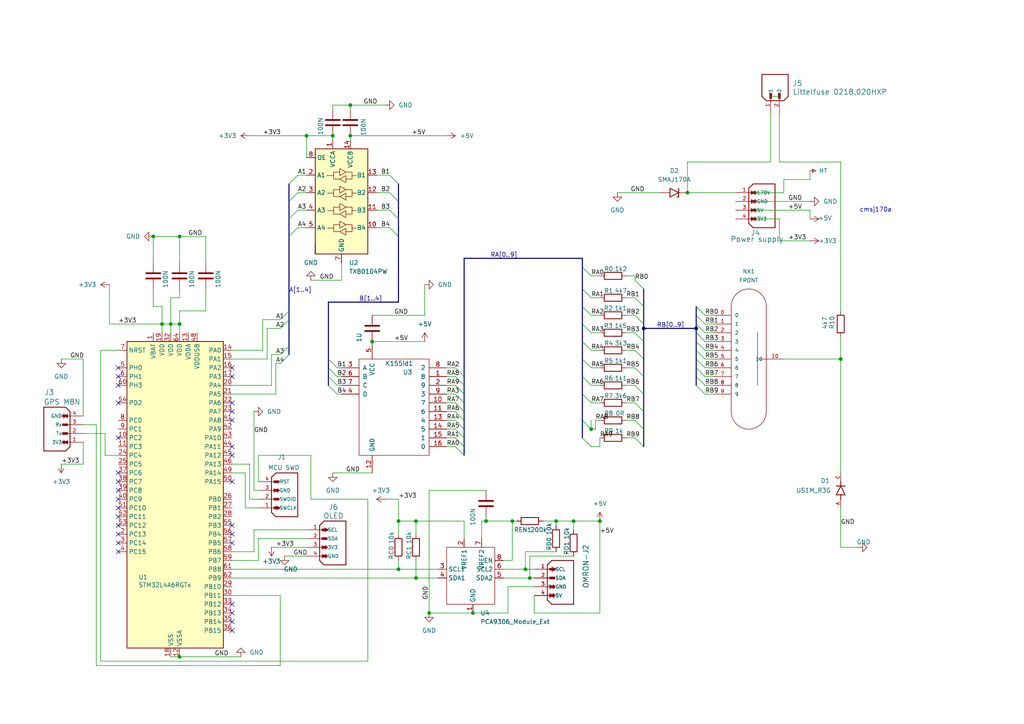
<source format=kicad_sch>
(kicad_sch (version 20250114) (generator "eeschema") (generator_version "9.0")
  (paper "A4")
  (text "cmsj170a" (at 254 60.96 0) (effects (font (size 1.27 1.27))))
  (junction (at 52.07 93.98))
  (junction (at 166.37 151.13))
  (junction (at 49.53 93.98))
  (junction (at 88.9 39.37))
  (junction (at 148.59 151.13))
  (junction (at 115.57 151.13))
  (junction (at 46.99 93.98))
  (junction (at 153.67 167.64))
  (junction (at 101.6 30.48))
  (junction (at 161.29 151.13))
  (junction (at 115.57 165.1))
  (junction (at 124.46 177.8))
  (junction (at 152.4 165.1))
  (junction (at 96.52 39.37))
  (junction (at 107.95 99.06))
  (junction (at 201.93 95.25))
  (junction (at 44.45 68.58))
  (junction (at 52.07 190.5))
  (junction (at 101.6 39.37))
  (junction (at 120.65 151.13))
  (junction (at 173.99 151.13))
  (junction (at 171.45 124.46))
  (junction (at 186.69 95.25))
  (junction (at 52.07 68.58))
  (junction (at 140.97 151.13))
  (junction (at 137.16 177.8))
  (junction (at 243.84 104.14))
  (junction (at 199.39 55.88))
  (junction (at 120.65 167.64))
  (no_connect (at 34.29 160.02))
  (no_connect (at 67.31 132.08))
  (no_connect (at 34.29 144.78))
  (no_connect (at 67.31 139.7))
  (no_connect (at 67.31 152.4))
  (no_connect (at 67.31 154.94))
  (no_connect (at 34.29 154.94))
  (no_connect (at 34.29 127))
  (no_connect (at 67.31 129.54))
  (no_connect (at 67.31 175.26))
  (no_connect (at 34.29 116.84))
  (no_connect (at 67.31 177.8))
  (no_connect (at 67.31 180.34))
  (no_connect (at 34.29 139.7))
  (no_connect (at 34.29 109.22))
  (no_connect (at 67.31 121.92))
  (no_connect (at 34.29 137.16))
  (no_connect (at 67.31 106.68))
  (no_connect (at 34.29 152.4))
  (no_connect (at 67.31 109.22))
  (no_connect (at 34.29 149.86))
  (no_connect (at 67.31 116.84))
  (no_connect (at 67.31 119.38))
  (no_connect (at 34.29 147.32))
  (no_connect (at 34.29 111.76))
  (no_connect (at 67.31 157.48))
  (no_connect (at 34.29 157.48))
  (no_connect (at 67.31 182.88))
  (no_connect (at 34.29 106.68))
  (no_connect (at 34.29 142.24))
  (bus_entry (at 168.91 93.98) (size 2.54 2.54))
  (bus_entry (at 184.15 121.92) (size 2.54 2.54))
  (bus_entry (at 184.15 96.52) (size 2.54 2.54))
  (bus_entry (at 132.08 114.3) (size 2.54 2.54))
  (bus_entry (at 86.36 50.8) (size -2.54 2.54))
  (bus_entry (at 184.15 101.6) (size 2.54 2.54))
  (bus_entry (at 132.08 111.76) (size 2.54 2.54))
  (bus_entry (at 95.25 104.14) (size 2.54 2.54))
  (bus_entry (at 95.25 111.76) (size 2.54 2.54))
  (bus_entry (at 201.93 104.14) (size 2.54 2.54))
  (bus_entry (at 201.93 88.9) (size 2.54 2.54))
  (bus_entry (at 201.93 99.06) (size 2.54 2.54))
  (bus_entry (at 86.36 66.04) (size -2.54 2.54))
  (bus_entry (at 95.25 106.68) (size 2.54 2.54))
  (bus_entry (at 201.93 109.22) (size 2.54 2.54))
  (bus_entry (at 132.08 127) (size 2.54 2.54))
  (bus_entry (at 201.93 96.52) (size 2.54 2.54))
  (bus_entry (at 83.82 90.17) (size -2.54 2.54))
  (bus_entry (at 168.91 77.47) (size 2.54 2.54))
  (bus_entry (at 83.82 102.87) (size -2.54 2.54))
  (bus_entry (at 168.91 114.3) (size 2.54 2.54))
  (bus_entry (at 201.93 101.6) (size 2.54 2.54))
  (bus_entry (at 168.91 127) (size 2.54 2.54))
  (bus_entry (at 83.82 92.71) (size -2.54 2.54))
  (bus_entry (at 168.91 83.82) (size 2.54 2.54))
  (bus_entry (at 184.15 127) (size 2.54 2.54))
  (bus_entry (at 168.91 109.22) (size 2.54 2.54))
  (bus_entry (at 113.03 66.04) (size 2.54 2.54))
  (bus_entry (at 132.08 106.68) (size 2.54 2.54))
  (bus_entry (at 184.15 116.84) (size 2.54 2.54))
  (bus_entry (at 132.08 124.46) (size 2.54 2.54))
  (bus_entry (at 132.08 119.38) (size 2.54 2.54))
  (bus_entry (at 83.82 100.33) (size -2.54 2.54))
  (bus_entry (at 184.15 81.28) (size 2.54 2.54))
  (bus_entry (at 86.36 60.96) (size -2.54 2.54))
  (bus_entry (at 132.08 129.54) (size 2.54 2.54))
  (bus_entry (at 168.91 104.14) (size 2.54 2.54))
  (bus_entry (at 184.15 106.68) (size 2.54 2.54))
  (bus_entry (at 113.03 60.96) (size 2.54 2.54))
  (bus_entry (at 168.91 88.9) (size 2.54 2.54))
  (bus_entry (at 132.08 116.84) (size 2.54 2.54))
  (bus_entry (at 168.91 99.06) (size 2.54 2.54))
  (bus_entry (at 184.15 91.44) (size 2.54 2.54))
  (bus_entry (at 201.93 106.68) (size 2.54 2.54))
  (bus_entry (at 113.03 55.88) (size 2.54 2.54))
  (bus_entry (at 184.15 86.36) (size 2.54 2.54))
  (bus_entry (at 113.03 50.8) (size 2.54 2.54))
  (bus_entry (at 184.15 111.76) (size 2.54 2.54))
  (bus_entry (at 132.08 121.92) (size 2.54 2.54))
  (bus_entry (at 86.36 55.88) (size -2.54 2.54))
  (bus_entry (at 201.93 111.76) (size 2.54 2.54))
  (bus_entry (at 201.93 91.44) (size 2.54 2.54))
  (bus_entry (at 95.25 109.22) (size 2.54 2.54))
  (bus_entry (at 201.93 93.98) (size 2.54 2.54))
  (bus_entry (at 132.08 109.22) (size 2.54 2.54))
  (bus_entry (at 168.91 121.92) (size 2.54 2.54))
  (wire (pts (xy 243.84 104.14) (xy 243.84 137.16)))
  (wire (pts (xy 129.54 119.38) (xy 132.08 119.38)))
  (wire (pts (xy 90.17 144.78) (xy 90.17 132.08)))
  (wire (pts (xy 129.54 106.68) (xy 132.08 106.68)))
  (wire (pts (xy 129.54 114.3) (xy 132.08 114.3)))
  (wire (pts (xy 140.97 151.13) (xy 148.59 151.13)))
  (wire (pts (xy 73.66 160.02) (xy 73.66 153.67)))
  (wire (pts (xy 49.53 96.52) (xy 49.53 93.98)))
  (bus (pts (xy 95.25 104.14) (xy 95.25 106.68)))
  (wire (pts (xy 72.39 144.78) (xy 72.39 134.62)))
  (bus (pts (xy 201.93 104.14) (xy 201.93 106.68)))
  (wire (pts (xy 107.95 99.06) (xy 123.19 99.06)))
  (wire (pts (xy 140.97 149.86) (xy 140.97 151.13)))
  (wire (pts (xy 107.95 91.44) (xy 123.19 91.44)))
  (wire (pts (xy 74.93 142.24) (xy 73.66 142.24)))
  (wire (pts (xy 52.07 68.58) (xy 59.69 68.58)))
  (wire (pts (xy 181.61 96.52) (xy 184.15 96.52)))
  (wire (pts (xy 71.12 147.32) (xy 71.12 137.16)))
  (wire (pts (xy 49.53 86.36) (xy 52.07 86.36)))
  (wire (pts (xy 52.07 96.52) (xy 52.07 93.98)))
  (wire (pts (xy 71.12 137.16) (xy 67.31 137.16)))
  (bus (pts (xy 115.57 68.58) (xy 115.57 87.63)))
  (wire (pts (xy 148.59 151.13) (xy 148.59 162.56)))
  (wire (pts (xy 52.07 90.17) (xy 59.69 90.17)))
  (wire (pts (xy 181.61 116.84) (xy 184.15 116.84)))
  (wire (pts (xy 101.6 39.37) (xy 129.54 39.37)))
  (wire (pts (xy 171.45 91.44) (xy 173.99 91.44)))
  (wire (pts (xy 171.45 111.76) (xy 173.99 111.76)))
  (wire (pts (xy 27.94 193.04) (xy 81.28 193.04)))
  (wire (pts (xy 72.39 39.37) (xy 88.9 39.37)))
  (wire (pts (xy 44.45 88.9) (xy 44.45 83.82)))
  (wire (pts (xy 67.31 165.1) (xy 115.57 165.1)))
  (wire (pts (xy 124.46 142.24) (xy 124.46 177.8)))
  (wire (pts (xy 24.13 104.14) (xy 17.78 104.14)))
  (wire (pts (xy 204.47 96.52) (xy 207.01 96.52)))
  (wire (pts (xy 226.06 69.85) (xy 226.06 63.5)))
  (wire (pts (xy 67.31 101.6) (xy 76.2 101.6)))
  (wire (pts (xy 24.13 128.27) (xy 24.13 134.62)))
  (wire (pts (xy 88.9 45.72) (xy 88.9 39.37)))
  (wire (pts (xy 226.06 46.99) (xy 243.84 46.99)))
  (wire (pts (xy 34.29 132.08) (xy 30.48 132.08)))
  (wire (pts (xy 74.93 156.21) (xy 88.9 156.21)))
  (wire (pts (xy 52.07 93.98) (xy 52.07 90.17)))
  (wire (pts (xy 73.66 153.67) (xy 88.9 153.67)))
  (wire (pts (xy 101.6 30.48) (xy 111.76 30.48)))
  (bus (pts (xy 168.91 121.92) (xy 168.91 127)))
  (wire (pts (xy 181.61 91.44) (xy 184.15 91.44)))
  (wire (pts (xy 96.52 30.48) (xy 101.6 30.48)))
  (wire (pts (xy 115.57 151.13) (xy 120.65 151.13)))
  (wire (pts (xy 44.45 68.58) (xy 52.07 68.58)))
  (wire (pts (xy 120.65 167.64) (xy 127 167.64)))
  (bus (pts (xy 134.62 127) (xy 134.62 129.54)))
  (bus (pts (xy 186.69 109.22) (xy 186.69 104.14)))
  (wire (pts (xy 109.22 50.8) (xy 113.03 50.8)))
  (wire (pts (xy 157.48 151.13) (xy 161.29 151.13)))
  (wire (pts (xy 72.39 134.62) (xy 67.31 134.62)))
  (wire (pts (xy 204.47 99.06) (xy 207.01 99.06)))
  (bus (pts (xy 201.93 91.44) (xy 201.93 93.98)))
  (wire (pts (xy 96.52 137.16) (xy 107.95 137.16)))
  (wire (pts (xy 171.45 96.52) (xy 173.99 96.52)))
  (wire (pts (xy 184.15 80.01) (xy 184.15 81.28)))
  (wire (pts (xy 106.68 191.77) (xy 106.68 144.78)))
  (wire (pts (xy 109.22 55.88) (xy 113.03 55.88)))
  (wire (pts (xy 153.67 161.29) (xy 153.67 167.64)))
  (bus (pts (xy 95.25 109.22) (xy 95.25 111.76)))
  (wire (pts (xy 172.72 124.46) (xy 172.72 121.92)))
  (wire (pts (xy 29.21 191.77) (xy 29.21 101.6)))
  (wire (pts (xy 223.52 27.94) (xy 226.06 27.94)))
  (wire (pts (xy 204.47 111.76) (xy 207.01 111.76)))
  (wire (pts (xy 124.46 177.8) (xy 137.16 177.8)))
  (wire (pts (xy 171.45 116.84) (xy 173.99 116.84)))
  (wire (pts (xy 172.72 121.92) (xy 173.99 121.92)))
  (wire (pts (xy 90.17 81.28) (xy 99.06 81.28)))
  (wire (pts (xy 173.99 129.54) (xy 173.99 127)))
  (wire (pts (xy 181.61 111.76) (xy 184.15 111.76)))
  (wire (pts (xy 204.47 91.44) (xy 207.01 91.44)))
  (bus (pts (xy 168.91 93.98) (xy 168.91 99.06)))
  (wire (pts (xy 137.16 177.8) (xy 147.32 177.8)))
  (wire (pts (xy 152.4 160.02) (xy 161.29 160.02)))
  (bus (pts (xy 134.62 114.3) (xy 134.62 116.84)))
  (bus (pts (xy 134.62 74.93) (xy 168.91 74.93)))
  (bus (pts (xy 186.69 124.46) (xy 186.69 129.54)))
  (bus (pts (xy 134.62 129.54) (xy 134.62 132.08)))
  (wire (pts (xy 153.67 167.64) (xy 154.94 167.64)))
  (wire (pts (xy 161.29 152.4) (xy 161.29 151.13)))
  (wire (pts (xy 96.52 39.37) (xy 96.52 40.64)))
  (wire (pts (xy 129.54 129.54) (xy 132.08 129.54)))
  (wire (pts (xy 29.21 101.6) (xy 34.29 101.6)))
  (bus (pts (xy 168.91 77.47) (xy 168.91 83.82)))
  (wire (pts (xy 171.45 80.01) (xy 173.99 80.01)))
  (wire (pts (xy 106.68 144.78) (xy 90.17 144.78)))
  (wire (pts (xy 49.53 190.5) (xy 52.07 190.5)))
  (wire (pts (xy 44.45 68.58) (xy 44.45 76.2)))
  (bus (pts (xy 83.82 63.5) (xy 83.82 68.58)))
  (bus (pts (xy 201.93 101.6) (xy 201.93 104.14)))
  (bus (pts (xy 168.91 114.3) (xy 168.91 121.92)))
  (wire (pts (xy 226.06 46.99) (xy 226.06 33.02)))
  (wire (pts (xy 129.54 111.76) (xy 132.08 111.76)))
  (wire (pts (xy 152.4 165.1) (xy 154.94 165.1)))
  (wire (pts (xy 86.36 55.88) (xy 88.9 55.88)))
  (wire (pts (xy 81.28 193.04) (xy 81.28 172.72)))
  (wire (pts (xy 17.78 134.62) (xy 24.13 134.62)))
  (wire (pts (xy 120.65 167.64) (xy 120.65 162.56)))
  (wire (pts (xy 111.76 144.78) (xy 115.57 144.78)))
  (wire (pts (xy 181.61 80.01) (xy 184.15 80.01)))
  (wire (pts (xy 120.65 151.13) (xy 134.62 151.13)))
  (wire (pts (xy 78.74 158.75) (xy 88.9 158.75)))
  (wire (pts (xy 49.53 93.98) (xy 52.07 93.98)))
  (wire (pts (xy 181.61 121.92) (xy 184.15 121.92)))
  (wire (pts (xy 80.01 114.3) (xy 80.01 105.41)))
  (wire (pts (xy 67.31 160.02) (xy 73.66 160.02)))
  (bus (pts (xy 168.91 83.82) (xy 168.91 88.9)))
  (wire (pts (xy 97.79 109.22) (xy 99.06 109.22)))
  (bus (pts (xy 201.93 95.25) (xy 201.93 96.52)))
  (bus (pts (xy 186.69 93.98) (xy 186.69 88.9)))
  (bus (pts (xy 95.25 87.63) (xy 115.57 87.63)))
  (wire (pts (xy 46.99 93.98) (xy 49.53 93.98)))
  (wire (pts (xy 139.7 151.13) (xy 139.7 156.21)))
  (bus (pts (xy 201.93 91.44) (xy 201.93 88.9)))
  (wire (pts (xy 52.07 190.5) (xy 69.85 190.5)))
  (wire (pts (xy 67.31 104.14) (xy 77.47 104.14)))
  (wire (pts (xy 171.45 101.6) (xy 173.99 101.6)))
  (wire (pts (xy 49.53 93.98) (xy 49.53 86.36)))
  (wire (pts (xy 46.99 88.9) (xy 44.45 88.9)))
  (bus (pts (xy 201.93 93.98) (xy 201.93 95.25)))
  (wire (pts (xy 181.61 86.36) (xy 184.15 86.36)))
  (wire (pts (xy 204.47 101.6) (xy 207.01 101.6)))
  (wire (pts (xy 74.93 147.32) (xy 71.12 147.32)))
  (wire (pts (xy 67.31 111.76) (xy 78.74 111.76)))
  (wire (pts (xy 227.33 52.07) (xy 234.95 52.07)))
  (bus (pts (xy 201.93 106.68) (xy 201.93 109.22)))
  (wire (pts (xy 227.33 52.07) (xy 227.33 55.88)))
  (wire (pts (xy 171.45 124.46) (xy 171.45 121.92)))
  (wire (pts (xy 199.39 55.88) (xy 213.36 55.88)))
  (wire (pts (xy 46.99 93.98) (xy 46.99 88.9)))
  (wire (pts (xy 80.01 105.41) (xy 81.28 105.41)))
  (wire (pts (xy 46.99 93.98) (xy 31.75 93.98)))
  (wire (pts (xy 115.57 154.94) (xy 115.57 151.13)))
  (wire (pts (xy 90.17 132.08) (xy 74.93 132.08)))
  (wire (pts (xy 204.47 109.22) (xy 207.01 109.22)))
  (wire (pts (xy 204.47 104.14) (xy 207.01 104.14)))
  (wire (pts (xy 81.28 172.72) (xy 67.31 172.72)))
  (wire (pts (xy 115.57 165.1) (xy 127 165.1)))
  (bus (pts (xy 186.69 88.9) (xy 186.69 83.82)))
  (wire (pts (xy 152.4 160.02) (xy 152.4 165.1)))
  (wire (pts (xy 154.94 172.72) (xy 154.94 177.8)))
  (wire (pts (xy 29.21 191.77) (xy 106.68 191.77)))
  (wire (pts (xy 99.06 76.2) (xy 99.06 81.28)))
  (wire (pts (xy 101.6 31.75) (xy 101.6 30.48)))
  (wire (pts (xy 171.45 124.46) (xy 172.72 124.46)))
  (wire (pts (xy 86.36 50.8) (xy 88.9 50.8)))
  (wire (pts (xy 97.79 106.68) (xy 99.06 106.68)))
  (wire (pts (xy 46.99 96.52) (xy 46.99 93.98)))
  (bus (pts (xy 95.25 87.63) (xy 95.25 104.14)))
  (wire (pts (xy 129.54 121.92) (xy 132.08 121.92)))
  (wire (pts (xy 129.54 124.46) (xy 132.08 124.46)))
  (bus (pts (xy 134.62 124.46) (xy 134.62 127)))
  (bus (pts (xy 95.25 106.68) (xy 95.25 109.22)))
  (wire (pts (xy 146.05 162.56) (xy 148.59 162.56)))
  (wire (pts (xy 88.9 39.37) (xy 96.52 39.37)))
  (bus (pts (xy 186.69 119.38) (xy 186.69 114.3)))
  (wire (pts (xy 173.99 177.8) (xy 173.99 151.13)))
  (wire (pts (xy 120.65 151.13) (xy 120.65 154.94)))
  (wire (pts (xy 67.31 114.3) (xy 80.01 114.3)))
  (bus (pts (xy 201.93 96.52) (xy 201.93 99.06)))
  (wire (pts (xy 78.74 102.87) (xy 81.28 102.87)))
  (wire (pts (xy 27.94 193.04) (xy 27.94 123.19)))
  (wire (pts (xy 181.61 106.68) (xy 184.15 106.68)))
  (wire (pts (xy 171.45 106.68) (xy 173.99 106.68)))
  (wire (pts (xy 226.06 63.5) (xy 218.44 63.5)))
  (wire (pts (xy 123.19 82.55) (xy 123.19 91.44)))
  (wire (pts (xy 181.61 101.6) (xy 184.15 101.6)))
  (wire (pts (xy 67.31 167.64) (xy 120.65 167.64)))
  (wire (pts (xy 166.37 151.13) (xy 166.37 153.67)))
  (wire (pts (xy 161.29 151.13) (xy 166.37 151.13)))
  (wire (pts (xy 227.33 55.88) (xy 218.44 55.88)))
  (bus (pts (xy 186.69 104.14) (xy 186.69 99.06)))
  (wire (pts (xy 147.32 170.18) (xy 147.32 177.8)))
  (wire (pts (xy 77.47 104.14) (xy 77.47 95.25)))
  (wire (pts (xy 204.47 114.3) (xy 207.01 114.3)))
  (wire (pts (xy 218.44 58.42) (xy 234.95 58.42)))
  (wire (pts (xy 218.44 60.96) (xy 234.95 60.96)))
  (wire (pts (xy 243.84 104.14) (xy 227.33 104.14)))
  (bus (pts (xy 168.91 104.14) (xy 168.91 109.22)))
  (bus (pts (xy 134.62 116.84) (xy 134.62 119.38)))
  (wire (pts (xy 115.57 162.56) (xy 115.57 165.1)))
  (wire (pts (xy 52.07 86.36) (xy 52.07 83.82)))
  (bus (pts (xy 186.69 114.3) (xy 186.69 109.22)))
  (wire (pts (xy 148.59 151.13) (xy 149.86 151.13)))
  (wire (pts (xy 74.93 132.08) (xy 74.93 139.7)))
  (wire (pts (xy 76.2 101.6) (xy 76.2 92.71)))
  (wire (pts (xy 78.74 111.76) (xy 78.74 102.87)))
  (bus (pts (xy 134.62 119.38) (xy 134.62 121.92)))
  (wire (pts (xy 166.37 151.13) (xy 173.99 151.13)))
  (wire (pts (xy 243.84 158.75) (xy 243.84 147.32)))
  (wire (pts (xy 154.94 170.18) (xy 147.32 170.18)))
  (bus (pts (xy 134.62 111.76) (xy 134.62 114.3)))
  (wire (pts (xy 76.2 92.71) (xy 81.28 92.71)))
  (wire (pts (xy 86.36 66.04) (xy 88.9 66.04)))
  (bus (pts (xy 168.91 74.93) (xy 168.91 77.47)))
  (wire (pts (xy 146.05 165.1) (xy 152.4 165.1)))
  (wire (pts (xy 204.47 106.68) (xy 207.01 106.68)))
  (wire (pts (xy 27.94 123.19) (xy 24.13 123.19)))
  (bus (pts (xy 201.93 109.22) (xy 201.93 111.76)))
  (wire (pts (xy 59.69 76.2) (xy 59.69 68.58)))
  (wire (pts (xy 199.39 46.99) (xy 223.52 46.99)))
  (wire (pts (xy 115.57 144.78) (xy 115.57 151.13)))
  (bus (pts (xy 83.82 53.34) (xy 83.82 58.42)))
  (wire (pts (xy 134.62 151.13) (xy 134.62 156.21)))
  (wire (pts (xy 30.48 125.73) (xy 24.13 125.73)))
  (wire (pts (xy 234.95 60.96) (xy 234.95 63.5)))
  (wire (pts (xy 96.52 31.75) (xy 96.52 30.48)))
  (bus (pts (xy 134.62 121.92) (xy 134.62 124.46)))
  (wire (pts (xy 243.84 97.79) (xy 243.84 104.14)))
  (bus (pts (xy 83.82 92.71) (xy 83.82 100.33)))
  (bus (pts (xy 115.57 53.34) (xy 115.57 58.42)))
  (wire (pts (xy 124.46 142.24) (xy 140.97 142.24)))
  (bus (pts (xy 168.91 99.06) (xy 168.91 104.14)))
  (bus (pts (xy 168.91 88.9) (xy 168.91 93.98)))
  (bus (pts (xy 115.57 58.42) (xy 115.57 63.5)))
  (bus (pts (xy 168.91 109.22) (xy 168.91 114.3)))
  (wire (pts (xy 74.93 162.56) (xy 74.93 156.21)))
  (wire (pts (xy 171.45 129.54) (xy 173.99 129.54)))
  (bus (pts (xy 186.69 95.25) (xy 201.93 95.25)))
  (wire (pts (xy 82.55 161.29) (xy 88.9 161.29)))
  (wire (pts (xy 146.05 167.64) (xy 153.67 167.64)))
  (bus (pts (xy 201.93 99.06) (xy 201.93 101.6)))
  (wire (pts (xy 181.61 127) (xy 184.15 127)))
  (bus (pts (xy 83.82 90.17) (xy 83.82 92.71)))
  (wire (pts (xy 52.07 76.2) (xy 52.07 68.58)))
  (bus (pts (xy 83.82 58.42) (xy 83.82 63.5)))
  (wire (pts (xy 171.45 86.36) (xy 173.99 86.36)))
  (wire (pts (xy 129.54 109.22) (xy 132.08 109.22)))
  (wire (pts (xy 234.95 52.07) (xy 234.95 49.53)))
  (bus (pts (xy 115.57 63.5) (xy 115.57 68.58)))
  (wire (pts (xy 24.13 120.65) (xy 24.13 104.14)))
  (wire (pts (xy 140.97 151.13) (xy 139.7 151.13)))
  (wire (pts (xy 109.22 60.96) (xy 113.03 60.96)))
  (wire (pts (xy 243.84 46.99) (xy 243.84 90.17)))
  (wire (pts (xy 59.69 90.17) (xy 59.69 83.82)))
  (wire (pts (xy 31.75 93.98) (xy 31.75 82.55)))
  (wire (pts (xy 248.92 158.75) (xy 243.84 158.75)))
  (wire (pts (xy 86.36 60.96) (xy 88.9 60.96)))
  (wire (pts (xy 129.54 116.84) (xy 132.08 116.84)))
  (wire (pts (xy 97.79 114.3) (xy 99.06 114.3)))
  (bus (pts (xy 186.69 95.25) (xy 186.69 93.98)))
  (wire (pts (xy 154.94 177.8) (xy 173.99 177.8)))
  (wire (pts (xy 153.67 161.29) (xy 166.37 161.29)))
  (wire (pts (xy 109.22 66.04) (xy 113.03 66.04)))
  (wire (pts (xy 77.47 95.25) (xy 81.28 95.25)))
  (bus (pts (xy 134.62 109.22) (xy 134.62 111.76)))
  (bus (pts (xy 186.69 99.06) (xy 186.69 95.25)))
  (bus (pts (xy 186.69 124.46) (xy 186.69 119.38)))
  (wire (pts (xy 73.66 142.24) (xy 73.66 119.38)))
  (wire (pts (xy 199.39 46.99) (xy 199.39 55.88)))
  (wire (pts (xy 101.6 39.37) (xy 101.6 40.64)))
  (wire (pts (xy 30.48 132.08) (xy 30.48 125.73)))
  (bus (pts (xy 83.82 100.33) (xy 83.82 102.87)))
  (wire (pts (xy 223.52 46.99) (xy 223.52 33.02)))
  (wire (pts (xy 129.54 127) (xy 132.08 127)))
  (wire (pts (xy 74.93 144.78) (xy 72.39 144.78)))
  (bus (pts (xy 134.62 74.93) (xy 134.62 109.22)))
  (wire (pts (xy 204.47 93.98) (xy 207.01 93.98)))
  (wire (pts (xy 226.06 69.85) (xy 234.95 69.85)))
  (wire (pts (xy 67.31 162.56) (xy 74.93 162.56)))
  (wire (pts (xy 179.07 55.88) (xy 191.77 55.88)))
  (bus (pts (xy 83.82 68.58) (xy 83.82 90.17)))
  (wire (pts (xy 97.79 111.76) (xy 99.06 111.76)))
  (label "+3V3" (at 115.57 144.78 0))
  (label "GND" (at 92.71 81.28 0))
  (label "A1" (at 86.36 50.8 0))
  (label "+3V3" (at 76.2 39.37 0))
  (label "RB6" (at 181.61 111.76 0))
  (label "B4" (at 97.79 114.3 0))
  (label "RB8" (at 181.61 121.92 0))
  (label "GND" (at 228.6 58.42 0))
  (label "RB2" (at 204.47 96.52 0))
  (label "RA6" (at 171.45 111.76 0))
  (label "GND" (at 114.3 91.44 0))
  (label "+3V3" (at 34.29 93.98 0))
  (label "RB4" (at 181.61 101.6 0))
  (label "A4" (at 86.36 66.04 0))
  (label "RA8" (at 172.72 121.92 0))
  (label "B3" (at 97.79 111.76 0))
  (label "RA1" (at 129.54 127 0))
  (label "B2" (at 110.49 55.88 0))
  (label "RA7" (at 129.54 116.84 0))
  (label "RA2" (at 129.54 106.68 0))
  (label "RB9" (at 204.47 114.3 0))
  (label "+3V3" (at 228.6 69.85 0))
  (label "RA3" (at 129.54 114.3 0))
  (label "RB6" (at 204.47 106.68 0))
  (label "+3V3" (at 80.01 158.75 0))
  (label "RA0" (at 129.54 129.54 0))
  (label "RA4" (at 129.54 121.92 0))
  (label "GND" (at 182.88 55.88 0))
  (label "RA3" (at 171.45 96.52 0))
  (label "GND" (at 100.33 137.16 0))
  (label "+5V" (at 228.6 60.96 0))
  (label "B4" (at 110.49 66.04 0))
  (label "RB3" (at 181.61 96.52 0))
  (label "B[1..4]" (at 104.14 87.63 0))
  (label "A3" (at 80.01 102.87 0))
  (label "A3" (at 86.36 60.96 0))
  (label "A2" (at 80.01 95.25 0))
  (label "RB0" (at 204.47 91.44 0))
  (label "RB9" (at 181.61 127 0))
  (label "RB5" (at 181.61 106.68 0))
  (label "RB2" (at 181.61 91.44 0))
  (label "RB[0..9]" (at 190.5 95.25 0))
  (label "B2" (at 97.79 109.22 0))
  (label "RB3" (at 204.47 99.06 0))
  (label "RB7" (at 204.47 109.22 0))
  (label "RB0" (at 184.15 81.28 0))
  (label "RA0" (at 171.45 80.01 0))
  (label "RA[0..9]" (at 142.24 74.93 0))
  (label "GND" (at 54.61 68.58 0))
  (label "GND" (at 124.46 173.99 90))
  (label "B1" (at 110.49 50.8 0))
  (label "+3V3" (at 17.78 134.62 0))
  (label "+5V" (at 173.99 154.94 0))
  (label "A1" (at 80.01 92.71 0))
  (label "RA9" (at 129.54 111.76 0))
  (label "RA8" (at 129.54 109.22 0))
  (label "RA2" (at 171.45 91.44 0))
  (label "A[1..4]" (at 83.82 85.09 0))
  (label "RB1" (at 181.61 86.36 0))
  (label "RA9" (at 173.99 127 0))
  (label "+5V" (at 119.38 39.37 0))
  (label "+5V" (at 114.3 99.06 0))
  (label "RB5" (at 204.47 104.14 0))
  (label "RB1" (at 204.47 93.98 0))
  (label "GND" (at 105.41 30.48 0))
  (label "GND" (at 62.23 190.5 0))
  (label "GND" (at 243.84 152.4 0))
  (label "GND" (at 85.09 161.29 0))
  (label "A2" (at 86.36 55.88 0))
  (label "B1" (at 97.79 106.68 0))
  (label "RB4" (at 204.47 101.6 0))
  (label "RA4" (at 171.45 101.6 0))
  (label "B3" (at 110.49 60.96 0))
  (label "GND" (at 73.66 125.73 0))
  (label "RA1" (at 171.45 86.36 0))
  (label "RB8" (at 204.47 111.76 0))
  (label "RA7" (at 171.45 116.84 0))
  (label "GND" (at 20.32 104.14 0))
  (label "RA6" (at 129.54 119.38 0))
  (label "RB7" (at 181.61 116.84 0))
  (label "RA5" (at 129.54 124.46 0))
  (label "RA5" (at 171.45 106.68 0))
  (label "A4" (at 80.01 105.41 0))
  (symbol (lib_id "power:HT") (at 234.95 49.53 270) (unit 1)
    (property "Reference" "#PWR01" (effects (hide yes)))
    (property "Value" "HT" (at 237.49 49.53 90) (effects (justify left)))
    (property "Description" "Power symbol creates a global label with name \"HT\"" (effects (hide yes)))
  )
  (symbol (lib_name "B4B-XH-A_2") (lib_id "B4B-XH-A:B4B-XH-A") (at 162.56 167.64 0) (unit 1)
    (property "Reference" "OMRON-J2" (at 169.926 170.688 90) (effects (font (size 1.524 1.524)) (justify left)))
    (property "Value" "Omron Thermal" (effects (hide yes)))
    (property "Footprint" "Connector_JST:JST_XH_B4B-XH-A_1x04_P2.50mm_Vertical" (effects (hide yes)))
    (property "Datasheet" "B4B-XH-AMLFSN" (effects (hide yes)))
    (property "PARTREV" "7/4/21" (effects (hide yes)))
    (property "STANDARD" "Manufacturer Recommendations" (effects (hide yes)))
    (property "MAXIMUM_PACKAGE_HEIGHT" "7.00 mm" (effects (hide yes)))
    (property "MANUFACTURER" "JST" (effects (hide yes)))
  )
  (symbol (lib_id "Device:R") (at 166.37 157.48 0) (mirror y) (unit 1)
    (property "Reference" "RD1" (at 164.338 159.004 90))
    (property "Value" "10k" (at 164.338 154.686 90))
    (property "Footprint" "Resistor_SMD:R_1206_3216Metric" (effects (hide yes)))
  )
  (symbol (lib_name "GND_4") (lib_id "power:GND") (at 69.85 190.5 180) (unit 1)
    (property "Reference" "#PWR08" (effects (hide yes)))
    (property "Value" "GND" (at 72.39 189.2299 0) (effects (justify right)))
    (property "Description" "Power symbol creates a global label with name \"GND\" , ground" (effects (hide yes)))
  )
  (symbol (lib_id "Device:C") (at 59.69 80.01 0) (unit 1)
    (property "Reference" "U3C6" (effects (hide yes)))
    (property "Value" "100N" (at 63.246 83.566 90) (effects (justify left)))
    (property "Footprint" "Capacitor_SMD:C_0805_2012Metric" (effects (hide yes)))
  )
  (symbol (lib_id "CustomICs:PCA9306_Module_Ext") (at 162.56 176.53 0) (unit 1)
    (property "Reference" "U4" (at 139.3033 177.8 0) (effects (justify left)))
    (property "Value" "PCA9306_Module_Ext" (at 139.3033 180.34 0) (effects (justify left)))
    (property "Footprint" "module:PCA9306_Module_Ext_Rev2" (effects (hide yes)))
  )
  (symbol (lib_id "Logic_LevelTranslator:TXB0104PW") (at 99.06 58.42 0) (unit 1)
    (property "Reference" "U2" (at 101.2033 76.2 0) (effects (justify left)))
    (property "Value" "TXB0104PW" (at 101.2033 78.74 0) (effects (justify left)))
    (property "Footprint" "Package_SO:TSSOP-14_4.4x5mm_P0.65mm" (effects (hide yes)))
    (property "Datasheet" "http://www.ti.com/lit/ds/symlink/txb0104.pdf" (effects (hide yes)))
    (property "Description" "4-Bit Bidirectional Voltage-Level Translator, Auto Direction Sensing and ±15-kV ESD Protection, 1.2 - 3.6V APort, 1.65 - 5.5V BPort, TSSOP-14" (effects (hide yes)))
  )
  (symbol (lib_id "power:+3V3") (at 234.95 69.85 270) (unit 1)
    (property "Reference" "#PWR0101" (effects (hide yes)))
    (property "Value" "+3V3" (at 240.03 69.85 90))
  )
  (symbol (lib_name "+3V3_5") (lib_id "power:+3V3") (at 78.74 158.75 180) (unit 1)
    (property "Reference" "#PWR021" (effects (hide yes)))
    (property "Value" "+3V3" (at 78.74 162.814 0))
    (property "Description" "Power symbol creates a global label with name \"+3V3\"" (effects (hide yes)))
  )
  (symbol (lib_name "GND_11") (lib_id "power:GND") (at 17.78 104.14 0) (unit 1)
    (property "Reference" "#PWR019" (effects (hide yes)))
    (property "Value" "GND" (at 17.78 109.22 0))
    (property "Description" "Power symbol creates a global label with name \"GND\" , ground" (effects (hide yes)))
  )
  (symbol (lib_name "GND_7") (lib_id "power:GND") (at 123.19 82.55 90) (unit 1)
    (property "Reference" "#PWR014" (effects (hide yes)))
    (property "Value" "GND" (at 127 82.5499 90) (effects (justify right)))
    (property "Description" "Power symbol creates a global label with name \"GND\" , ground" (effects (hide yes)))
  )
  (symbol (lib_id "Device:C") (at 101.6 35.56 180) (unit 1)
    (property "Reference" "U3C1" (effects (hide yes)))
    (property "Value" "100N" (at 105.41 34.29 90) (effects (justify left)))
    (property "Footprint" "Capacitor_SMD:C_0805_2012Metric" (effects (hide yes)))
  )
  (symbol (lib_id "Device:R") (at 177.8 86.36 270) (unit 1)
    (property "Reference" "R1" (at 176.53 84.328 90))
    (property "Value" "4k7" (at 180.086 84.328 90))
    (property "Footprint" "Resistor_SMD:R_1206_3216Metric" (effects (hide yes)))
  )
  (symbol (lib_name "+5V_3") (lib_id "power:+5V") (at 123.19 99.06 0) (unit 1)
    (property "Reference" "#PWR015" (effects (hide yes)))
    (property "Value" "+5V" (at 123.19 93.98 0))
    (property "Description" "Power symbol creates a global label with name \"+5V\"" (effects (hide yes)))
  )
  (symbol (lib_name "+3V3_2") (lib_id "power:+3V3") (at 72.39 39.37 90) (unit 1)
    (property "Reference" "#PWR011" (effects (hide yes)))
    (property "Value" "+3V3" (at 68.58 39.3701 90) (effects (justify left)))
    (property "Description" "Power symbol creates a global label with name \"+3V3\"" (effects (hide yes)))
  )
  (symbol (lib_id "Diode:SMAJ170A") (at 195.58 55.88 180) (unit 1)
    (property "Reference" "D2" (at 195.58 49.53 0))
    (property "Value" "SMAJ170A" (at 195.58 52.07 0))
    (property "Footprint" "Diode_SMD:D_SMA" (effects (hide yes)))
    (property "Datasheet" "https://www.littelfuse.com/media?resourcetype=datasheets&itemid=75e32973-b177-4ee3-a0ff-cedaf1abdb93&filename=smaj-datasheet" (effects (hide yes)))
    (property "Description" "400W unidirectional Transient Voltage Suppressor, 170.0Vr, SMA(DO-214AC)" (effects (hide yes)))
  )
  (symbol (lib_name "+3V3_3") (lib_id "power:+3V3") (at 31.75 82.55 90) (unit 1)
    (property "Reference" "#PWR012" (effects (hide yes)))
    (property "Value" "+3V3" (at 27.94 82.5499 90) (effects (justify left)))
    (property "Description" "Power symbol creates a global label with name \"+3V3\"" (effects (hide yes)))
  )
  (symbol (lib_id "Device:R") (at 177.8 101.6 90) (unit 1)
    (property "Reference" "R4" (at 176.53 99.568 90))
    (property "Value" "3k3" (at 180.086 99.568 90))
    (property "Footprint" "Resistor_SMD:R_1206_3216Metric" (effects (hide yes)))
  )
  (symbol (lib_id "Device:R") (at 177.8 106.68 90) (unit 1)
    (property "Reference" "R5" (at 176.53 104.648 90))
    (property "Value" "1k1" (at 180.086 104.648 90))
    (property "Footprint" "Resistor_SMD:R_1206_3216Metric" (effects (hide yes)))
  )
  (symbol (lib_id "Device:R") (at 177.8 91.44 90) (unit 1)
    (property "Reference" "R2" (at 177.8 89.408 90) (effects (justify left)))
    (property "Value" "1k1" (at 181.864 89.408 90) (effects (justify left)))
    (property "Footprint" "Resistor_SMD:R_1206_3216Metric" (effects (hide yes)))
  )
  (symbol (lib_name "+3V3_1") (lib_id "power:+3V3") (at 111.76 144.78 90) (unit 1)
    (property "Reference" "#PWR017" (effects (hide yes)))
    (property "Value" "+3V3" (at 110.49 142.24 90))
    (property "Description" "Power symbol creates a global label with name \"+3V3\"" (effects (hide yes)))
  )
  (symbol (lib_name "GND_9") (lib_id "power:GND") (at 124.46 177.8 0) (unit 1)
    (property "Reference" "#PWR02" (effects (hide yes)))
    (property "Value" "GND" (at 124.46 182.88 0))
    (property "Description" "Power symbol creates a global label with name \"GND\" , ground" (effects (hide yes)))
  )
  (symbol (lib_id "Device:R") (at 243.84 93.98 0) (unit 1)
    (property "Reference" "R10" (at 241.3 95.504 90) (effects (justify left)))
    (property "Value" "4k7" (at 239.268 95.504 90) (effects (justify left)))
    (property "Footprint" "Resistor_SMD:R_2512_6332Metric" (effects (hide yes)))
  )
  (symbol (lib_name "GND_6") (lib_id "power:GND") (at 44.45 68.58 270) (unit 1)
    (property "Reference" "#PWR010" (effects (hide yes)))
    (property "Value" "GND" (at 40.64 68.5799 90) (effects (justify right)))
    (property "Description" "Power symbol creates a global label with name \"GND\" , ground" (effects (hide yes)))
  )
  (symbol (lib_id "B4B-XH-A:B4B-XH-A") (at 220.98 58.42 0) (unit 1)
    (property "Reference" "J4" (at 217.678 67.564 0) (effects (font (size 1.524 1.524)) (justify left)))
    (property "Value" "Power supply" (at 211.836 69.342 0) (effects (font (size 1.524 1.524)) (justify left)))
    (property "Footprint" "Connector_JST:JST_XH_B4B-XH-A_1x04_P2.50mm_Vertical" (effects (hide yes)))
    (property "PARTREV" "7/4/21" (effects (hide yes)))
    (property "STANDARD" "Manufacturer Recommendations" (effects (hide yes)))
    (property "MAXIMUM_PACKAGE_HEIGHT" "7.00 mm" (effects (hide yes)))
    (property "MANUFACTURER" "JST" (effects (hide yes)))
  )
  (symbol (lib_name "+3V3_4") (lib_id "power:+3V3") (at 17.78 134.62 180) (unit 1)
    (property "Reference" "#PWR020" (effects (hide yes)))
    (property "Value" "+3V3" (at 17.78 139.7 0))
    (property "Description" "Power symbol creates a global label with name \"+3V3\"" (effects (hide yes)))
  )
  (symbol (lib_id "Device:C") (at 107.95 95.25 180) (unit 1)
    (property "Reference" "U3C2" (effects (hide yes)))
    (property "Value" "1U" (at 104.14 96.52 90) (effects (justify left)))
    (property "Footprint" "Capacitor_SMD:C_0805_2012Metric" (effects (hide yes)))
  )
  (symbol (lib_name "GND_8") (lib_id "power:GND") (at 179.07 55.88 0) (unit 1)
    (property "Reference" "#PWR016" (effects (hide yes)))
    (property "Value" "GND" (at 179.07 60.96 0))
    (property "Description" "Power symbol creates a global label with name \"GND\" , ground" (effects (hide yes)))
  )
  (symbol (lib_name "GND_5") (lib_id "power:GND") (at 96.52 137.16 0) (unit 1)
    (property "Reference" "#PWR09" (effects (hide yes)))
    (property "Value" "GND" (at 96.52 142.24 0))
    (property "Description" "Power symbol creates a global label with name \"GND\" , ground" (effects (hide yes)))
  )
  (symbol (lib_id "Device:C") (at 96.52 35.56 180) (unit 1)
    (property "Reference" "U3C3" (effects (hide yes)))
    (property "Value" "100N" (at 92.964 34.036 90) (effects (justify left)))
    (property "Footprint" "Capacitor_SMD:C_0805_2012Metric" (effects (hide yes)))
  )
  (symbol (lib_name "+5V_2") (lib_id "power:+5V") (at 129.54 39.37 270) (unit 1)
    (property "Reference" "#PWR013" (effects (hide yes)))
    (property "Value" "+5V" (at 133.35 39.3699 90) (effects (justify left)))
    (property "Description" "Power symbol creates a global label with name \"+5V\"" (effects (hide yes)))
  )
  (symbol (lib_id "Device:R") (at 153.67 151.13 90) (mirror x) (unit 1)
    (property "Reference" "REN1" (at 151.638 153.67 90))
    (property "Value" "200k" (at 156.21 153.67 90))
    (property "Footprint" "Resistor_SMD:R_1206_3216Metric" (effects (hide yes)))
  )
  (symbol (lib_id "Device:R") (at 161.29 156.21 0) (mirror y) (unit 1)
    (property "Reference" "RD0" (at 159.258 157.734 90))
    (property "Value" "10k" (at 159.258 153.416 90))
    (property "Footprint" "Resistor_SMD:R_1206_3216Metric" (effects (hide yes)))
  )
  (symbol (lib_id "Device:R") (at 120.65 158.75 0) (mirror y) (unit 1)
    (property "Reference" "RC1" (at 118.618 160.274 90))
    (property "Value" "10k" (at 118.618 155.956 90))
    (property "Footprint" "Resistor_SMD:R_1206_3216Metric" (effects (hide yes)))
  )
  (symbol (lib_id "Device:R") (at 177.8 80.01 90) (unit 1)
    (property "Reference" "R0" (at 176.53 77.978 90))
    (property "Value" "1k2" (at 180.086 77.978 90))
    (property "Footprint" "Resistor_SMD:R_1206_3216Metric" (effects (hide yes)))
  )
  (symbol (lib_id "Device:R") (at 177.8 121.92 270) (mirror x) (unit 1)
    (property "Reference" "R8" (at 176.53 119.888 90))
    (property "Value" "0R" (at 179.832 119.888 90))
    (property "Footprint" "Resistor_SMD:R_1206_3216Metric" (effects (hide yes)))
  )
  (symbol (lib_name "GND_12") (lib_id "power:GND") (at 82.55 161.29 0) (unit 1)
    (property "Reference" "#PWR022" (effects (hide yes)))
    (property "Value" "GND" (at 84.328 165.1 0))
    (property "Description" "Power symbol creates a global label with name \"GND\" , ground" (effects (hide yes)))
  )
  (symbol (lib_name "+5V_1") (lib_id "power:+5V") (at 173.99 151.13 0) (unit 1)
    (property "Reference" "#PWR05" (effects (hide yes)))
    (property "Value" "+5V" (at 173.99 146.05 0))
    (property "Description" "Power symbol creates a global label with name \"+5V\"" (effects (hide yes)))
  )
  (symbol (lib_id "MCU_ST_STM32L4:STM32L4A6RGTx") (at 49.53 144.78 0) (unit 1)
    (property "Reference" "U1" (at 40.132 167.386 0) (effects (justify left)))
    (property "Value" "STM32L4A6RGTx" (at 40.132 169.672 0) (effects (justify left)))
    (property "Footprint" "Package_QFP:LQFP-64_10x10mm_P0.5mm" (effects (hide yes)))
    (property "Datasheet" "https://www.st.com/resource/en/datasheet/stm32l4a6rg.pdf" (effects (hide yes)))
    (property "Description" "STMicroelectronics Arm Cortex-M4 MCU, 1024KB flash, 320KB RAM, 80 MHz, 1.71-3.6V, 52 GPIO, LQFP64" (effects (hide yes)))
  )
  (symbol (lib_name "GND_2") (lib_id "power:GND") (at 111.76 30.48 90) (unit 1)
    (property "Reference" "#PWR06" (effects (hide yes)))
    (property "Value" "GND" (at 115.57 30.4799 90) (effects (justify right)))
    (property "Description" "Power symbol creates a global label with name \"GND\" , ground" (effects (hide yes)))
  )
  (symbol (lib_id "NIXIEBIG:RTS-5") (at 217.17 106.68 0) (unit 1)
    (property "Reference" "NX1" (at 217.17 78.74 0) (effects (font (size 1.143 1.143))))
    (property "Value" "FRONT" (at 217.17 81.28 0) (effects (font (size 1.143 1.143))))
    (property "Footprint" "Library:nixie_socket_manual" (effects (hide yes)))
  )
  (symbol (lib_id "Device:R") (at 177.8 116.84 90) (unit 1)
    (property "Reference" "R7" (at 176.53 114.808 90))
    (property "Value" "3k6" (at 180.086 114.808 90))
    (property "Footprint" "Resistor_SMD:R_1206_3216Metric" (effects (hide yes)))
  )
  (symbol (lib_id "power:GND") (at 234.95 58.42 90) (unit 1)
    (property "Reference" "#PWR0102" (effects (hide yes)))
    (property "Value" "GND" (at 238.76 58.4199 90) (effects (justify right)))
  )
  (symbol (lib_id "US1M_R3G:US1M_R3G") (at 243.84 142.24 90) (unit 1)
    (property "Reference" "D1" (at 237.998 139.446 90) (effects (justify right)))
    (property "Value" "US1M_R3G" (at 230.886 142.24 90) (effects (justify right)))
    (property "Footprint" "1N5819HW_7_F:SOD3715X145N" (effects (hide yes)))
    (property "PARTREV" "L2102" (effects (hide yes)))
    (property "MANUFACTURER" "Taiwan Semiconductor" (effects (hide yes)))
    (property "MAXIMUM_PACKAGE_HEIGHT" "2.5 mm" (effects (hide yes)))
    (property "STANDARD" "IPC-7351B" (effects (hide yes)))
  )
  (symbol (lib_id "Device:R") (at 177.8 111.76 270) (unit 1)
    (property "Reference" "R6" (at 176.53 109.728 90))
    (property "Value" "1k1" (at 180.086 109.728 90))
    (property "Footprint" "Resistor_SMD:R_1206_3216Metric" (effects (hide yes)))
  )
  (symbol (lib_name "GND_1") (lib_id "power:GND") (at 248.92 158.75 90) (unit 1)
    (property "Reference" "#PWR04" (effects (hide yes)))
    (property "Value" "GND" (at 248.412 157.226 90) (effects (justify right)))
    (property "Description" "Power symbol creates a global label with name \"GND\" , ground" (effects (hide yes)))
  )
  (symbol (lib_id "Device:R") (at 115.57 158.75 0) (mirror y) (unit 1)
    (property "Reference" "RC0" (at 113.538 160.274 90))
    (property "Value" "10k" (at 113.538 155.956 90))
    (property "Footprint" "Resistor_SMD:R_1206_3216Metric" (effects (hide yes)))
  )
  (symbol (lib_name "GND_10") (lib_id "power:GND") (at 73.66 119.38 90) (unit 1)
    (property "Reference" "#PWR018" (effects (hide yes)))
    (property "Value" "GND" (at 77.47 119.3799 90) (effects (justify right)))
    (property "Description" "Power symbol creates a global label with name \"GND\" , ground" (effects (hide yes)))
  )
  (symbol (lib_id "power:+5V") (at 234.95 63.5 270) (unit 1)
    (property "Reference" "#PWR03" (effects (hide yes)))
    (property "Value" "+5V" (at 237.236 63.246 90) (effects (justify left)))
  )
  (symbol (lib_id "Device:C") (at 44.45 80.01 0) (unit 1)
    (property "Reference" "U3C5" (effects (hide yes)))
    (property "Value" "100N" (at 48.006 83.566 90) (effects (justify left)))
    (property "Footprint" "Capacitor_SMD:C_0805_2012Metric" (effects (hide yes)))
  )
  (symbol (lib_name "B4B-XH-A_3") (lib_id "B4B-XH-A:B4B-XH-A") (at 82.55 142.24 0) (unit 1)
    (property "Reference" "J1" (at 80.518 132.588 0) (effects (justify left)))
    (property "Value" "MCU SWD" (at 77.724 135.636 0) (effects (justify left)))
    (property "Footprint" "Connector_JST:JST_XH_B4B-XH-A_1x04_P2.50mm_Vertical" (effects (hide yes)))
    (property "Datasheet" "B4B-XH-AMLFSN" (effects (hide yes)))
    (property "PARTREV" "7/4/21" (effects (hide yes)))
    (property "STANDARD" "Manufacturer Recommendations" (effects (hide yes)))
    (property "MAXIMUM_PACKAGE_HEIGHT" "7.00 mm" (effects (hide yes)))
    (property "MANUFACTURER" "JST" (effects (hide yes)))
  )
  (symbol (lib_id "Device:R") (at 177.8 96.52 90) (unit 1)
    (property "Reference" "R3" (at 177.8 94.488 90) (effects (justify left)))
    (property "Value" "1k5" (at 181.864 94.488 90) (effects (justify left)))
    (property "Footprint" "Resistor_SMD:R_1206_3216Metric" (effects (hide yes)))
  )
  (symbol (lib_name "B4B-XH-A_1") (lib_id "B4B-XH-A:B4B-XH-A") (at 16.51 125.73 180) (unit 1)
    (property "Reference" "J3" (at 15.748 113.792 0) (effects (font (size 1.524 1.524)) (justify left)))
    (property "Value" "GPS M8N" (at 23.368 116.586 0) (effects (font (size 1.524 1.524)) (justify left)))
    (property "Footprint" "Connector_JST:JST_XH_B4B-XH-A_1x04_P2.50mm_Vertical" (effects (hide yes)))
    (property "Datasheet" "B4B-XH-AMLFSN" (effects (hide yes)))
    (property "PARTREV" "7/4/21" (effects (hide yes)))
    (property "STANDARD" "Manufacturer Recommendations" (effects (hide yes)))
    (property "MAXIMUM_PACKAGE_HEIGHT" "7.00 mm" (effects (hide yes)))
    (property "MANUFACTURER" "JST" (effects (hide yes)))
  )
  (symbol (lib_id "Device:C") (at 140.97 146.05 180) (unit 1)
    (property "Reference" "U3C7" (effects (hide yes)))
    (property "Value" "100N" (at 137.16 147.32 90) (effects (justify left)))
    (property "Footprint" "Capacitor_SMD:C_0805_2012Metric" (effects (hide yes)))
  )
  (symbol (lib_id "Device:R") (at 177.8 127 90) (unit 1)
    (property "Reference" "R9" (at 176.53 124.968 90))
    (property "Value" "1k" (at 179.578 124.968 90))
    (property "Footprint" "Resistor_SMD:R_1206_3216Metric" (effects (hide yes)))
    (property "Sim.Device" "SPICE" (effects (hide yes)))
    (property "Sim.Params" "type=\"R\" model=\"1k\" lib=\"\"" (effects (hide yes)))
    (property "Sim.Pins" "1=1 2=2" (effects (hide yes)))
  )
  (symbol (lib_name "B4B-XH-A_4") (lib_id "B4B-XH-A:B4B-XH-A") (at 96.52 156.21 0) (unit 1)
    (property "Reference" "J6" (at 95.25 147.066 0) (effects (font (size 1.524 1.524)) (justify left)))
    (property "Value" "OLED" (at 93.726 149.606 0) (effects (font (size 1.524 1.524)) (justify left)))
    (property "Footprint" "Connector_JST:JST_XH_B4B-XH-A_1x04_P2.50mm_Vertical" (effects (hide yes)))
    (property "Datasheet" "B4B-XH-AMLFSN" (effects (hide yes)))
    (property "PARTREV" "7/4/21" (effects (hide yes)))
    (property "STANDARD" "Manufacturer Recommendations" (effects (hide yes)))
    (property "MAXIMUM_PACKAGE_HEIGHT" "7.00 mm" (effects (hide yes)))
    (property "MANUFACTURER" "JST" (effects (hide yes)))
  )
  (symbol (lib_name "GND_3") (lib_id "power:GND") (at 90.17 81.28 180) (unit 1)
    (property "Reference" "#PWR07" (effects (hide yes)))
    (property "Value" "GND" (at 90.17 76.2 0))
    (property "Description" "Power symbol creates a global label with name \"GND\" , ground" (effects (hide yes)))
  )
  (symbol (lib_id "CustomComponents:K155NA1") (at 114.3 118.11 0) (unit 1)
    (property "Reference" "U3" (at 116.84 107.95 0) (effects (justify left)))
    (property "Value" "K155id1" (at 111.76 105.41 0) (effects (justify left)))
    (property "Footprint" "Package_DIP:SMDIP-16_W7.62mm" (effects (hide yes)))
    (property "Datasheet" "datasheets/k155na1.pdf" (effects (hide yes)))
  )
  (symbol (lib_id "B2B-XH-A:B2B-XH-A") (at 226.06 25.4 90) (unit 1)
    (property "Reference" "J5" (at 229.87 24.1299 90) (effects (font (size 1.524 1.524)) (justify right)))
    (property "Value" "Littelfuse 0218.020HXP" (at 229.87 26.6699 90) (effects (font (size 1.524 1.524)) (justify right)))
    (property "Footprint" "Connector_JST:JST_XH_B2B-XH-A_1x02_P2.50mm_Vertical" (effects (hide yes)))
    (property "PARTREV" "N/A" (effects (hide yes)))
    (property "STANDARD" "Manufacturer Recommendations" (effects (hide yes)))
    (property "MAXIMUM_PACKAGE_HEIGHT" "7 mm" (effects (hide yes)))
    (property "MANUFACTURER" "JST Sales America Inc." (effects (hide yes)))
  )
  (symbol (lib_id "Device:C") (at 52.07 80.01 0) (unit 1)
    (property "Reference" "U3C4" (effects (hide yes)))
    (property "Value" "100N" (at 55.626 83.566 90) (effects (justify left)))
    (property "Footprint" "Capacitor_SMD:C_0805_2012Metric" (effects (hide yes)))
  )
)
</source>
